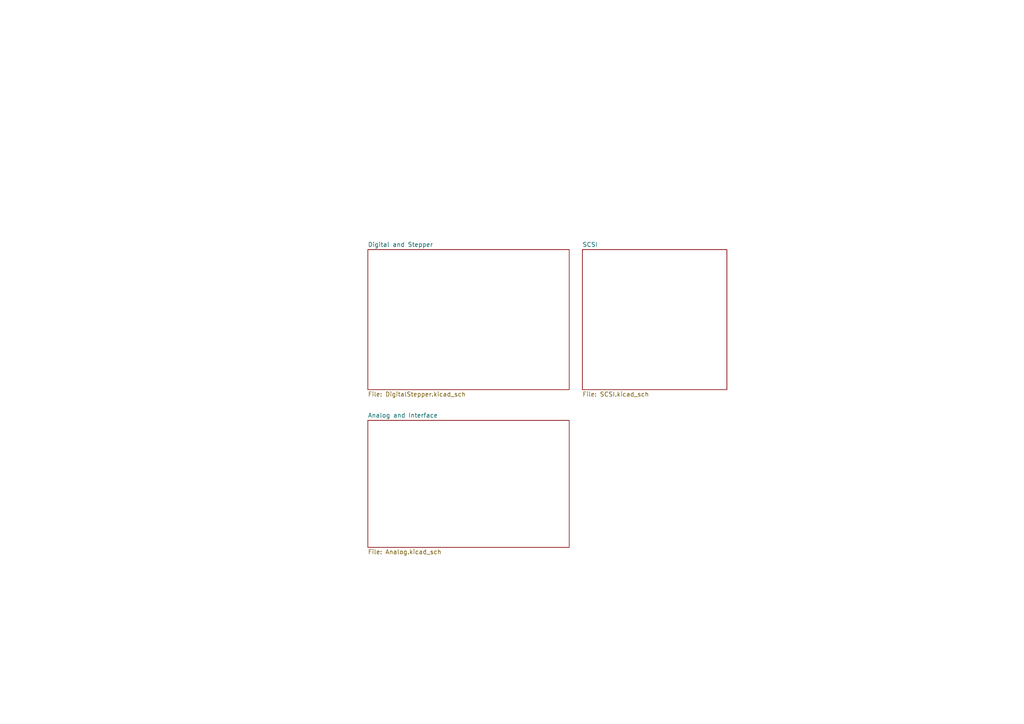
<source format=kicad_sch>
(kicad_sch (version 20230121) (generator eeschema)
  (paper "A4")
  (lib_symbols)
  (sheet (at 106.68 121.92) (size 58.42 36.83) (stroke (width 0.1524))
    (property "Sheetname" "Analog and Interface" (at 106.68 121.2084 0) (effects (justify left bottom)))
    (property "Sheetfile" "Analog.kicad_sch" (at 106.68 159.3346 0) (effects (justify left top)))
  )
  (sheet (at 168.91 72.39) (size 41.91 40.64) (stroke (width 0.1524))
    (property "Sheetname" "SCSI" (at 168.91 71.6784 0) (effects (justify left bottom)))
    (property "Sheetfile" "SCSI.kicad_sch" (at 168.91 113.6146 0) (effects (justify left top)))
  )
  (sheet (at 106.68 72.39) (size 58.42 40.64) (stroke (width 0.1524))
    (property "Sheetname" "Digital and Stepper" (at 106.68 71.6784 0) (effects (justify left bottom)))
    (property "Sheetfile" "DigitalStepper.kicad_sch" (at 106.68 113.6146 0) (effects (justify left top)))
  )
)
</source>
